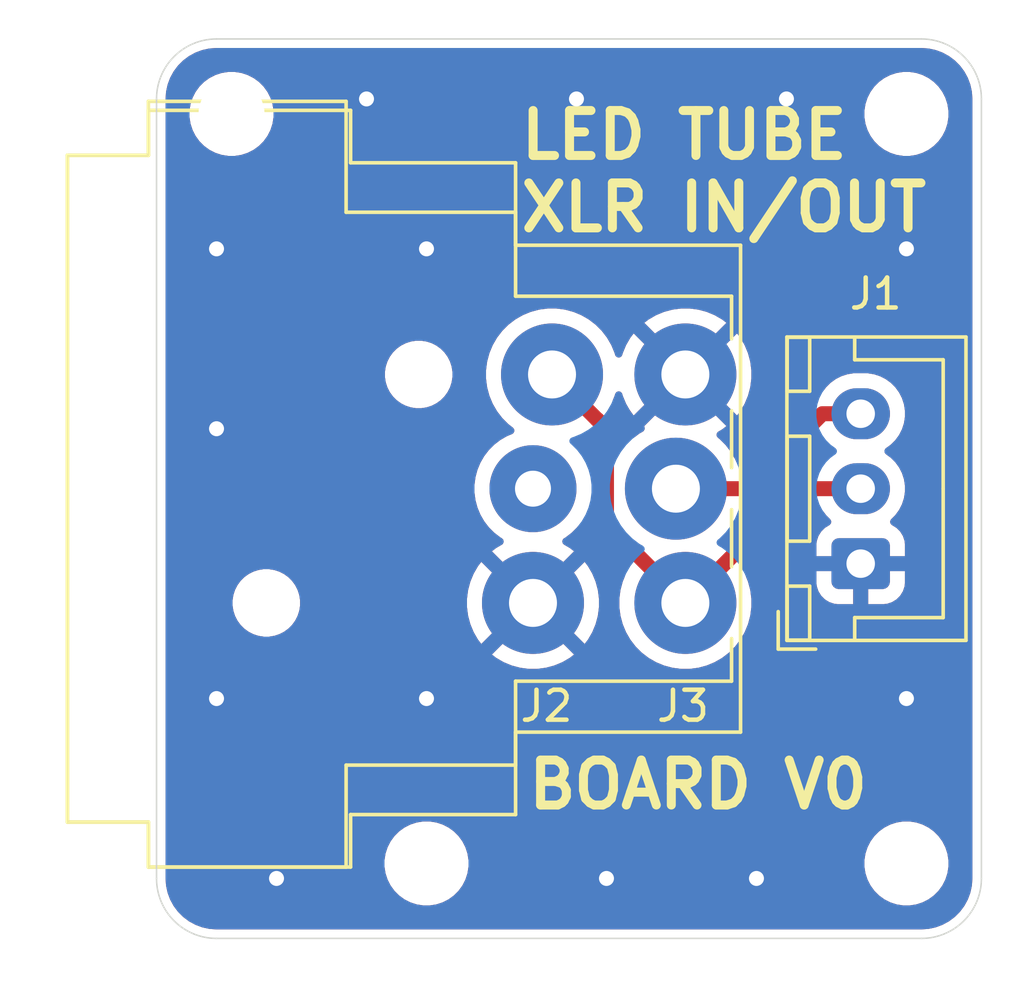
<source format=kicad_pcb>
(kicad_pcb (version 20241229) (generator "pcbnew") (generator_version "9.0")
  (layers (0 "F.Cu" signal) (2 "B.Cu" signal) (13 "F.Paste" user) (15 "B.Paste" user) (5 "F.SilkS" user "F.Silkscreen") (7 "B.SilkS" user "B.Silkscreen") (1 "F.Mask" user) (3 "B.Mask" user) (25 "Edge.Cuts" user))
  (net 0 "")
  (net 1 "/DMX_GND")
  (net 2 "/DMX_D-")
  (net 3 "/DMX_D+")
  (footprint "Connector_JST:JST_XH_B3B-XH-A_1x03_P2.50mm_Vertical" (layer "F.Cu") (at 143.475 102.5 90)
    (property "Reference" "J1" (at 9 0.5 0) (layer "F.SilkS"))
    (property "Value" "JST_XH_3P")
    (fp_line (start -1.6 -2.75) (end -2.85 -2.75) (stroke (width 0.12)) (layer "F.SilkS"))
    (fp_line (start -2.85 -2.75) (end -2.85 -1.5) (stroke (width 0.12)) (layer "F.SilkS"))
    (fp_line (start 7.56 -2.46) (end -2.56 -2.46) (stroke (width 0.12)) (layer "F.SilkS"))
    (fp_line (start -2.56 -2.46) (end -2.56 3.51) (stroke (width 0.12)) (layer "F.SilkS"))
    (fp_line (start 7.55 -2.45) (end 5.75 -2.45) (stroke (width 0.12)) (layer "F.SilkS"))
    (fp_line (start 5.75 -2.45) (end 5.75 -1.7) (stroke (width 0.12)) (layer "F.SilkS"))
    (fp_line (start 4.25 -2.45) (end 0.75 -2.45) (stroke (width 0.12)) (layer "F.SilkS"))
    (fp_line (start 0.75 -2.45) (end 0.75 -1.7) (stroke (width 0.12)) (layer "F.SilkS"))
    (fp_line (start -0.75 -2.45) (end -2.55 -2.45) (stroke (width 0.12)) (layer "F.SilkS"))
    (fp_line (start -2.55 -2.45) (end -2.55 -1.7) (stroke (width 0.12)) (layer "F.SilkS"))
    (fp_line (start 7.55 -1.7) (end 7.55 -2.45) (stroke (width 0.12)) (layer "F.SilkS"))
    (fp_line (start 5.75 -1.7) (end 7.55 -1.7) (stroke (width 0.12)) (layer "F.SilkS"))
    (fp_line (start 4.25 -1.7) (end 4.25 -2.45) (stroke (width 0.12)) (layer "F.SilkS"))
    (fp_line (start 0.75 -1.7) (end 4.25 -1.7) (stroke (width 0.12)) (layer "F.SilkS"))
    (fp_line (start -0.75 -1.7) (end -0.75 -2.45) (stroke (width 0.12)) (layer "F.SilkS"))
    (fp_line (start -2.55 -1.7) (end -0.75 -1.7) (stroke (width 0.12)) (layer "F.SilkS"))
    (fp_line (start 7.55 -0.2) (end 6.8 -0.2) (stroke (width 0.12)) (layer "F.SilkS"))
    (fp_line (start 6.8 -0.2) (end 6.8 2.75) (stroke (width 0.12)) (layer "F.SilkS"))
    (fp_line (start -1.8 -0.2) (end -1.8 2.75) (stroke (width 0.12)) (layer "F.SilkS"))
    (fp_line (start -2.55 -0.2) (end -1.8 -0.2) (stroke (width 0.12)) (layer "F.SilkS"))
    (fp_line (start 6.8 2.75) (end 2.5 2.75) (stroke (width 0.12)) (layer "F.SilkS"))
    (fp_line (start -1.8 2.75) (end 2.5 2.75) (stroke (width 0.12)) (layer "F.SilkS"))
    (fp_line (start 7.56 3.51) (end 7.56 -2.46) (stroke (width 0.12)) (layer "F.SilkS"))
    (fp_line (start -2.56 3.51) (end 7.56 3.51) (stroke (width 0.12)) (layer "F.SilkS"))
    (pad "1" thru_hole roundrect (at 0 0 90) (size 1.7 1.95) (drill 0.95) (layers "*.Cu" "*.Mask") (roundrect_rratio 0.147059) (net 1 "/DMX_GND"))
    (pad "2" thru_hole oval (at 2.5 0 90) (size 1.7 1.95) (drill 0.95) (layers "*.Cu" "*.Mask") (net 2 "/DMX_D-"))
    (pad "3" thru_hole oval (at 5 0 90) (size 1.7 1.95) (drill 0.95) (layers "*.Cu" "*.Mask") (net 3 "/DMX_D+"))
  )
  (footprint "MountingHole:MountingHole_2.2mm_M2" (layer "F.Cu") (at 129 112.5)
    (property "Reference" "H3" (hide yes))
    (property "Value" "M2")
    (pad "" np_thru_hole circle (at 0 0) (size 2.2 2.2) (drill 2.2) (layers "*.Cu" "*.Mask"))
  )
  (footprint "" (layer "F.Cu") (at 143.55 94)
    (property "Reference" "" (at 0 0 0) (layer "F.SilkS") (effects (font (size 1.27 1.27))))
    (property "Value" "")
    (pad "3" thru_hole circle (at -6.235 6 270) (size 3.4 3.4) (drill 1.6) (layers "*.Cu" "*.Mask") (net 3 "/DMX_D+"))
  )
  (footprint "MountingHole:MountingHole_2.2mm_M2" (layer "F.Cu") (at 145 112.5)
    (property "Reference" "H4" (hide yes))
    (property "Value" "M2")
    (pad "" np_thru_hole circle (at 0 0) (size 2.2 2.2) (drill 2.2) (layers "*.Cu" "*.Mask"))
  )
  (footprint "AV_CONNECTORS:Neutrik_NC3FAAH" (layer "F.Cu") (at 132.55 103.81 180)
    (property "Reference" "J2" (at -0.45 -3.44 0) (layer "F.SilkS"))
    (property "Value" "NC3FAAH")
    (fp_line (start 15.52 -7.31) (end 15.52 14.93) (stroke (width 0.12)) (layer "F.SilkS"))
    (fp_line (start 12.82 16.43) (end 6.08 16.43) (stroke (width 0.12)) (layer "F.SilkS"))
    (fp_line (start 12.82 14.93) (end 15.52 14.93) (stroke (width 0.12)) (layer "F.SilkS"))
    (fp_line (start 12.82 14.93) (end 12.82 16.43) (stroke (width 0.12)) (layer "F.SilkS"))
    (fp_line (start 12.82 -7.31) (end 15.52 -7.31) (stroke (width 0.12)) (layer "F.SilkS"))
    (fp_line (start 12.82 -8.81) (end 12.82 -7.31) (stroke (width 0.12)) (layer "F.SilkS"))
    (fp_line (start 12.82 -8.81) (end 6.08 -8.81) (stroke (width 0.12)) (layer "F.SilkS"))
    (fp_line (start 6.08 16.43) (end 6.08 14.68) (stroke (width 0.12)) (layer "F.SilkS"))
    (fp_line (start 6.08 14.68) (end 0.58 14.68) (stroke (width 0.12)) (layer "F.SilkS"))
    (fp_line (start 6.08 -7.06) (end 6.08 -8.81) (stroke (width 0.12)) (layer "F.SilkS"))
    (fp_line (start 6.08 -7.06) (end 0.58 -7.06) (stroke (width 0.12)) (layer "F.SilkS"))
    (fp_line (start 0.58 11.93) (end 0.58 14.68) (stroke (width 0.12)) (layer "F.SilkS"))
    (fp_line (start 0.58 11.93) (end -6.92 11.93) (stroke (width 0.12)) (layer "F.SilkS"))
    (fp_line (start 0.58 -4.31) (end -6.92 -4.31) (stroke (width 0.12)) (layer "F.SilkS"))
    (fp_line (start 0.58 -7.06) (end 0.58 -4.31) (stroke (width 0.12)) (layer "F.SilkS"))
    (fp_line (start -6.92 -4.31) (end -6.92 11.93) (stroke (width 0.12)) (layer "F.SilkS"))
    (pad "1" thru_hole circle (at 0 0 180) (size 3.4 3.4) (drill 1.6) (layers "*.Cu" "*.Mask") (net 1 "/DMX_GND"))
    (pad "2" thru_hole circle (at -0.635 7.62 180) (size 3.4 3.4) (drill 1.6) (layers "*.Cu" "*.Mask") (net 2 "/DMX_D-"))
  )
  (footprint "MountingHole:MountingHole_2.2mm_M2" (layer "F.Cu") (at 122.5 87.5)
    (property "Reference" "H1" (hide yes))
    (property "Value" "M2")
    (pad "" np_thru_hole circle (at 0 0) (size 2.2 2.2) (drill 2.2) (layers "*.Cu" "*.Mask"))
  )
  (footprint "AV_CONNECTORS:Neutrik_NC3MAAH-0" (layer "F.Cu") (at 137.63 96.19 -90)
    (property "Reference" "J3" (at 11.06 0.08 0) (layer "F.SilkS"))
    (property "Value" "NC3MAAH-0")
    (fp_line (start 14.93 20.6) (end -7.31 20.6) (stroke (width 0.12)) (layer "F.SilkS"))
    (fp_line (start -9.11 17.9) (end -9.11 11.31) (stroke (width 0.12)) (layer "F.SilkS"))
    (fp_line (start -7.31 17.9) (end -7.31 20.6) (stroke (width 0.12)) (layer "F.SilkS"))
    (fp_line (start -7.31 17.9) (end -9.11 17.9) (stroke (width 0.12)) (layer "F.SilkS"))
    (fp_line (start 14.93 17.9) (end 14.93 20.6) (stroke (width 0.12)) (layer "F.SilkS"))
    (fp_line (start 16.43 17.9) (end 14.93 17.9) (stroke (width 0.12)) (layer "F.SilkS"))
    (fp_line (start 16.43 17.9) (end 16.43 11.31) (stroke (width 0.12)) (layer "F.SilkS"))
    (fp_line (start -9.11 11.31) (end -5.41 11.31) (stroke (width 0.12)) (layer "F.SilkS"))
    (fp_line (start -5.41 11.31) (end -5.41 5.66) (stroke (width 0.12)) (layer "F.SilkS"))
    (fp_line (start 13.03 11.31) (end 16.43 11.31) (stroke (width 0.12)) (layer "F.SilkS"))
    (fp_line (start 13.03 11.31) (end 13.03 5.66) (stroke (width 0.12)) (layer "F.SilkS"))
    (fp_line (start -2.61 5.66) (end -5.41 5.66) (stroke (width 0.12)) (layer "F.SilkS"))
    (fp_line (start -2.61 5.66) (end -2.61 -1.54) (stroke (width 0.12)) (layer "F.SilkS"))
    (fp_line (start 10.23 5.66) (end 13.03 5.66) (stroke (width 0.12)) (layer "F.SilkS"))
    (fp_line (start 10.23 5.66) (end 10.23 -1.54) (stroke (width 0.12)) (layer "F.SilkS"))
    (fp_line (start -1.19 -1.54) (end -2.61 -1.54) (stroke (width 0.12)) (layer "F.SilkS"))
    (fp_line (start 3.11 -1.54) (end 1.21 -1.54) (stroke (width 0.12)) (layer "F.SilkS"))
    (fp_line (start 4.51 -1.54) (end 6.41 -1.54) (stroke (width 0.12)) (layer "F.SilkS"))
    (fp_line (start 10.23 -1.54) (end 8.81 -1.54) (stroke (width 0.12)) (layer "F.SilkS"))
    (pad "" np_thru_hole circle (at 0 8.89 270) (size 1.65 1.65) (drill 1.65) (layers "*.Cu" "*.Mask"))
    (pad "" np_thru_hole circle (at 7.62 13.97 270) (size 1.65 1.65) (drill 1.65) (layers "*.Cu" "*.Mask"))
    (pad "1" thru_hole circle (at 0 0 270) (size 3.4 3.4) (drill 1.6) (layers "*.Cu" "*.Mask") (net 1 "/DMX_GND"))
    (pad "2" thru_hole circle (at 7.62 0 270) (size 3.4 3.4) (drill 1.6) (layers "*.Cu" "*.Mask") (net 2 "/DMX_D-"))
    (pad "G" thru_hole circle (at 3.81 5.08 270) (size 2.9 2.9) (drill 1.2) (layers "*.Cu" "*.Mask"))
  )
  (footprint "MountingHole:MountingHole_2.2mm_M2" (layer "F.Cu") (at 145 87.5)
    (property "Reference" "H2" (hide yes))
    (property "Value" "M2")
    (pad "" np_thru_hole circle (at 0 0) (size 2.2 2.2) (drill 2.2) (layers "*.Cu" "*.Mask"))
  )
  (gr_line (start 147.5 87) (end 147.5 113) (stroke (width 0.05)) (layer "Edge.Cuts"))
  (gr_line (start 120 113) (end 120 87) (stroke (width 0.05)) (layer "Edge.Cuts"))
  (gr_arc (start 147.5 113) (mid 146.914214 114.414214) (end 145.5 115) (stroke (width 0.05)) (layer "Edge.Cuts"))
  (gr_line (start 122 85) (end 145.5 85) (stroke (width 0.05)) (layer "Edge.Cuts"))
  (gr_line (start 145.5 115) (end 122 115) (stroke (width 0.05)) (layer "Edge.Cuts"))
  (gr_arc (start 145.5 85) (mid 146.914214 85.585786) (end 147.5 87) (stroke (width 0.05)) (layer "Edge.Cuts"))
  (gr_arc (start 122 115) (mid 120.585786 114.414214) (end 120 113) (stroke (width 0.05)) (layer "Edge.Cuts"))
  (gr_arc (start 120 87) (mid 120.585786 85.585786) (end 122 85) (stroke (width 0.05)) (layer "Edge.Cuts"))
  (gr_text "LED TUBE \nXLR IN/OUT" (at 132 91.5 0) (layer "F.SilkS") (effects (font (size 1.5 1.5) (thickness 0.3) (bold yes)) (justify left bottom)))
  (gr_text "BOARD V0" (at 132.25 110.75 0) (layer "F.SilkS") (effects (font (size 1.5 1.5) (thickness 0.3) (bold yes)) (justify left bottom)))
  (via (at 135 113) (size 0.9) (drill 0.5) (layers "F.Cu" "B.Cu") (net 1))
  (via (at 145 92) (size 0.9) (drill 0.5) (layers "F.Cu" "B.Cu") (net 1))
  (via (at 141 87) (size 0.9) (drill 0.5) (layers "F.Cu" "B.Cu") (net 1))
  (via (at 122 107) (size 0.9) (drill 0.5) (layers "F.Cu" "B.Cu") (net 1))
  (via (at 127 87) (size 0.9) (drill 0.5) (layers "F.Cu" "B.Cu") (net 1))
  (via (at 140 113) (size 0.9) (drill 0.5) (layers "F.Cu" "B.Cu") (net 1))
  (via (at 129 92) (size 0.9) (drill 0.5) (layers "F.Cu" "B.Cu") (net 1))
  (via (at 134 87) (size 0.9) (drill 0.5) (layers "F.Cu" "B.Cu") (net 1))
  (via (at 145 107) (size 0.9) (drill 0.5) (layers "F.Cu" "B.Cu") (net 1))
  (via (at 122 98) (size 0.9) (drill 0.5) (layers "F.Cu" "B.Cu") (net 1))
  (via (at 124 113) (size 0.9) (drill 0.5) (layers "F.Cu" "B.Cu") (net 1))
  (via (at 122 92) (size 0.9) (drill 0.5) (layers "F.Cu" "B.Cu") (net 1))
  (via (at 129 107) (size 0.9) (drill 0.5) (layers "F.Cu" "B.Cu") (net 1))
  (segment (start 135 101.18) (end 137.63 103.81) (width 0.5) (layer "F.Cu") (net 2))
  (segment (start 137.63 103.81) (end 141.44 100) (width 0.5) (layer "F.Cu") (net 2))
  (segment (start 135 98) (end 135 101.18) (width 0.5) (layer "F.Cu") (net 2))
  (segment (start 141.44 100) (end 143.475 100) (width 0.5) (layer "F.Cu") (net 2))
  (segment (start 134.705 97.705) (end 135 98) (width 0.5) (layer "F.Cu") (net 2))
  (segment (start 134.7 97.705) (end 134.705 97.705) (width 0.5) (layer "F.Cu") (net 2))
  (segment (start 133.185 96.19) (end 134.7 97.705) (width 0.5) (layer "F.Cu") (net 2))
  (segment (start 143.475 97.5) (end 142.2 97.5) (width 0.5) (layer "F.Cu") (net 3))
  (segment (start 139.7 100) (end 137.315 100) (width 0.5) (layer "F.Cu") (net 3))
  (segment (start 142.2 97.5) (end 139.7 100) (width 0.5) (layer "F.Cu") (net 3))
  (zone (net 1) (net_name "/DMX_GND") (layers "F.Cu" "B.Cu") (connect_pads (clearance 0.5)) (min_thickness 0.25) (fill yes (thermal_gap 0.5) (thermal_bridge_width 0.5))
    (polygon (pts (xy 148.2 84.4) (xy 119.1 83.7) (xy 119.1 116.6) (xy 148.6 116.3)))
  )
)
</source>
